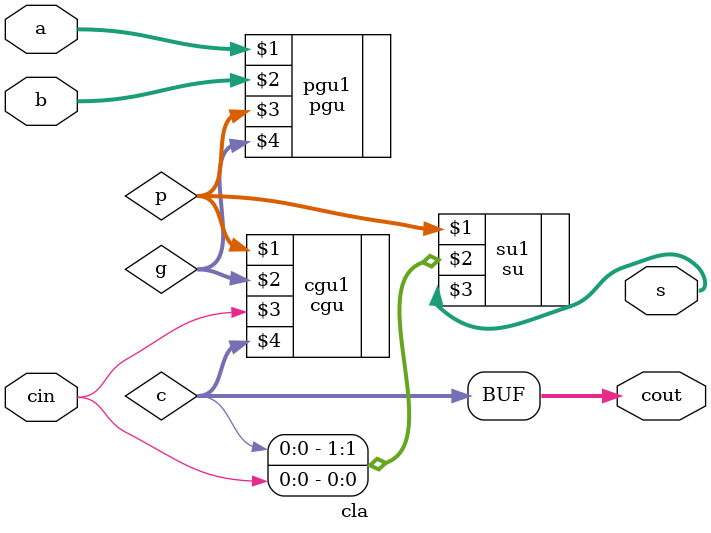
<source format=v>
module cla(a, b, cin, cout, s);
  input [1:0] a, b;
  input cin;
  output [1:0] cout;  
  output [1:0] s;
  
  wire [1:0] p, g;
  pgu pgu1(a, b, p, g);

  wire [1:0] c;
  assign cout = c;
  cgu cgu1(p, g, cin, c);

  su su1(p, {c[0], cin}, s);

endmodule

</source>
